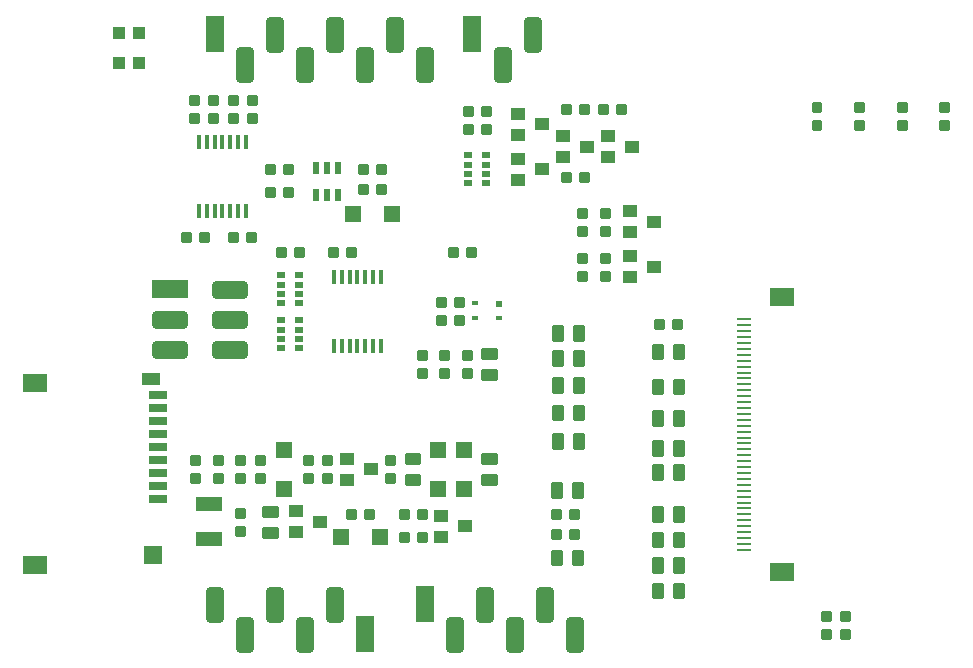
<source format=gtp>
G75*
%MOIN*%
%OFA0B0*%
%FSLAX25Y25*%
%IPPOS*%
%LPD*%
%AMOC8*
5,1,8,0,0,1.08239X$1,22.5*
%
%ADD10R,0.02000X0.04000*%
%ADD11R,0.04500X0.04000*%
%ADD12C,0.00875*%
%ADD13R,0.09000X0.04500*%
%ADD14R,0.01575X0.04724*%
%ADD15R,0.06000X0.03000*%
%ADD16R,0.06000X0.04000*%
%ADD17R,0.08000X0.06000*%
%ADD18R,0.06000X0.06000*%
%ADD19C,0.01000*%
%ADD20R,0.03000X0.02000*%
%ADD21R,0.05500X0.05500*%
%ADD22R,0.02362X0.01575*%
%ADD23R,0.02362X0.01969*%
%ADD24C,0.03000*%
%ADD25R,0.06000X0.12000*%
%ADD26R,0.12000X0.06000*%
%ADD27R,0.04921X0.00984*%
%ADD28R,0.08071X0.06496*%
%ADD29R,0.03937X0.04331*%
D10*
X0263368Y0161524D03*
X0267108Y0161524D03*
X0270848Y0161524D03*
X0270848Y0170524D03*
X0267108Y0170524D03*
X0263368Y0170524D03*
D11*
X0330608Y0173524D03*
X0338608Y0170024D03*
X0345608Y0174024D03*
X0353608Y0177524D03*
X0360608Y0181024D03*
X0368608Y0177524D03*
X0360608Y0174024D03*
X0345608Y0181024D03*
X0338608Y0185024D03*
X0330608Y0188524D03*
X0330608Y0181524D03*
X0330608Y0166524D03*
X0368108Y0156024D03*
X0376108Y0152524D03*
X0368108Y0149024D03*
X0368108Y0141024D03*
X0376108Y0137524D03*
X0368108Y0134024D03*
X0273608Y0073524D03*
X0281608Y0070024D03*
X0273608Y0066524D03*
X0256608Y0056024D03*
X0264608Y0052524D03*
X0256608Y0049024D03*
X0305108Y0047524D03*
X0313108Y0051024D03*
X0305108Y0054524D03*
D12*
X0299921Y0053711D02*
X0297295Y0053711D01*
X0297295Y0056337D01*
X0299921Y0056337D01*
X0299921Y0053711D01*
X0299921Y0054585D02*
X0297295Y0054585D01*
X0297295Y0055459D02*
X0299921Y0055459D01*
X0299921Y0056333D02*
X0297295Y0056333D01*
X0293921Y0053711D02*
X0291295Y0053711D01*
X0291295Y0056337D01*
X0293921Y0056337D01*
X0293921Y0053711D01*
X0293921Y0054585D02*
X0291295Y0054585D01*
X0291295Y0055459D02*
X0293921Y0055459D01*
X0293921Y0056333D02*
X0291295Y0056333D01*
X0282421Y0056337D02*
X0279795Y0056337D01*
X0282421Y0056337D02*
X0282421Y0053711D01*
X0279795Y0053711D01*
X0279795Y0056337D01*
X0279795Y0054585D02*
X0282421Y0054585D01*
X0282421Y0055459D02*
X0279795Y0055459D01*
X0279795Y0056333D02*
X0282421Y0056333D01*
X0276421Y0056337D02*
X0273795Y0056337D01*
X0276421Y0056337D02*
X0276421Y0053711D01*
X0273795Y0053711D01*
X0273795Y0056337D01*
X0273795Y0054585D02*
X0276421Y0054585D01*
X0276421Y0055459D02*
X0273795Y0055459D01*
X0273795Y0056333D02*
X0276421Y0056333D01*
X0268421Y0065711D02*
X0268421Y0068337D01*
X0268421Y0065711D02*
X0265795Y0065711D01*
X0265795Y0068337D01*
X0268421Y0068337D01*
X0268421Y0066585D02*
X0265795Y0066585D01*
X0265795Y0067459D02*
X0268421Y0067459D01*
X0268421Y0068333D02*
X0265795Y0068333D01*
X0261921Y0068337D02*
X0261921Y0065711D01*
X0259295Y0065711D01*
X0259295Y0068337D01*
X0261921Y0068337D01*
X0261921Y0066585D02*
X0259295Y0066585D01*
X0259295Y0067459D02*
X0261921Y0067459D01*
X0261921Y0068333D02*
X0259295Y0068333D01*
X0261921Y0071711D02*
X0261921Y0074337D01*
X0261921Y0071711D02*
X0259295Y0071711D01*
X0259295Y0074337D01*
X0261921Y0074337D01*
X0261921Y0072585D02*
X0259295Y0072585D01*
X0259295Y0073459D02*
X0261921Y0073459D01*
X0261921Y0074333D02*
X0259295Y0074333D01*
X0268421Y0074337D02*
X0268421Y0071711D01*
X0265795Y0071711D01*
X0265795Y0074337D01*
X0268421Y0074337D01*
X0268421Y0072585D02*
X0265795Y0072585D01*
X0265795Y0073459D02*
X0268421Y0073459D01*
X0268421Y0074333D02*
X0265795Y0074333D01*
X0245921Y0074337D02*
X0245921Y0071711D01*
X0243295Y0071711D01*
X0243295Y0074337D01*
X0245921Y0074337D01*
X0245921Y0072585D02*
X0243295Y0072585D01*
X0243295Y0073459D02*
X0245921Y0073459D01*
X0245921Y0074333D02*
X0243295Y0074333D01*
X0239421Y0074337D02*
X0239421Y0071711D01*
X0236795Y0071711D01*
X0236795Y0074337D01*
X0239421Y0074337D01*
X0239421Y0072585D02*
X0236795Y0072585D01*
X0236795Y0073459D02*
X0239421Y0073459D01*
X0239421Y0074333D02*
X0236795Y0074333D01*
X0229295Y0074337D02*
X0229295Y0071711D01*
X0229295Y0074337D02*
X0231921Y0074337D01*
X0231921Y0071711D01*
X0229295Y0071711D01*
X0229295Y0072585D02*
X0231921Y0072585D01*
X0231921Y0073459D02*
X0229295Y0073459D01*
X0229295Y0074333D02*
X0231921Y0074333D01*
X0224421Y0074337D02*
X0224421Y0071711D01*
X0221795Y0071711D01*
X0221795Y0074337D01*
X0224421Y0074337D01*
X0224421Y0072585D02*
X0221795Y0072585D01*
X0221795Y0073459D02*
X0224421Y0073459D01*
X0224421Y0074333D02*
X0221795Y0074333D01*
X0224421Y0068337D02*
X0224421Y0065711D01*
X0221795Y0065711D01*
X0221795Y0068337D01*
X0224421Y0068337D01*
X0224421Y0066585D02*
X0221795Y0066585D01*
X0221795Y0067459D02*
X0224421Y0067459D01*
X0224421Y0068333D02*
X0221795Y0068333D01*
X0229295Y0068337D02*
X0229295Y0065711D01*
X0229295Y0068337D02*
X0231921Y0068337D01*
X0231921Y0065711D01*
X0229295Y0065711D01*
X0229295Y0066585D02*
X0231921Y0066585D01*
X0231921Y0067459D02*
X0229295Y0067459D01*
X0229295Y0068333D02*
X0231921Y0068333D01*
X0239421Y0068337D02*
X0239421Y0065711D01*
X0236795Y0065711D01*
X0236795Y0068337D01*
X0239421Y0068337D01*
X0239421Y0066585D02*
X0236795Y0066585D01*
X0236795Y0067459D02*
X0239421Y0067459D01*
X0239421Y0068333D02*
X0236795Y0068333D01*
X0245921Y0068337D02*
X0245921Y0065711D01*
X0243295Y0065711D01*
X0243295Y0068337D01*
X0245921Y0068337D01*
X0245921Y0066585D02*
X0243295Y0066585D01*
X0243295Y0067459D02*
X0245921Y0067459D01*
X0245921Y0068333D02*
X0243295Y0068333D01*
X0236795Y0056837D02*
X0236795Y0054211D01*
X0236795Y0056837D02*
X0239421Y0056837D01*
X0239421Y0054211D01*
X0236795Y0054211D01*
X0236795Y0055085D02*
X0239421Y0055085D01*
X0239421Y0055959D02*
X0236795Y0055959D01*
X0236795Y0056833D02*
X0239421Y0056833D01*
X0236795Y0050837D02*
X0236795Y0048211D01*
X0236795Y0050837D02*
X0239421Y0050837D01*
X0239421Y0048211D01*
X0236795Y0048211D01*
X0236795Y0049085D02*
X0239421Y0049085D01*
X0239421Y0049959D02*
X0236795Y0049959D01*
X0236795Y0050833D02*
X0239421Y0050833D01*
X0289421Y0065711D02*
X0289421Y0068337D01*
X0289421Y0065711D02*
X0286795Y0065711D01*
X0286795Y0068337D01*
X0289421Y0068337D01*
X0289421Y0066585D02*
X0286795Y0066585D01*
X0286795Y0067459D02*
X0289421Y0067459D01*
X0289421Y0068333D02*
X0286795Y0068333D01*
X0289421Y0071711D02*
X0289421Y0074337D01*
X0289421Y0071711D02*
X0286795Y0071711D01*
X0286795Y0074337D01*
X0289421Y0074337D01*
X0289421Y0072585D02*
X0286795Y0072585D01*
X0286795Y0073459D02*
X0289421Y0073459D01*
X0289421Y0074333D02*
X0286795Y0074333D01*
X0291295Y0048837D02*
X0293921Y0048837D01*
X0293921Y0046211D01*
X0291295Y0046211D01*
X0291295Y0048837D01*
X0291295Y0047085D02*
X0293921Y0047085D01*
X0293921Y0047959D02*
X0291295Y0047959D01*
X0291295Y0048833D02*
X0293921Y0048833D01*
X0297295Y0048837D02*
X0299921Y0048837D01*
X0299921Y0046211D01*
X0297295Y0046211D01*
X0297295Y0048837D01*
X0297295Y0047085D02*
X0299921Y0047085D01*
X0299921Y0047959D02*
X0297295Y0047959D01*
X0297295Y0048833D02*
X0299921Y0048833D01*
X0342195Y0047211D02*
X0344821Y0047211D01*
X0342195Y0047211D02*
X0342195Y0049837D01*
X0344821Y0049837D01*
X0344821Y0047211D01*
X0344821Y0048085D02*
X0342195Y0048085D01*
X0342195Y0048959D02*
X0344821Y0048959D01*
X0344821Y0049833D02*
X0342195Y0049833D01*
X0348195Y0047211D02*
X0350821Y0047211D01*
X0348195Y0047211D02*
X0348195Y0049837D01*
X0350821Y0049837D01*
X0350821Y0047211D01*
X0350821Y0048085D02*
X0348195Y0048085D01*
X0348195Y0048959D02*
X0350821Y0048959D01*
X0350821Y0049833D02*
X0348195Y0049833D01*
X0348195Y0056337D02*
X0350821Y0056337D01*
X0350821Y0053711D01*
X0348195Y0053711D01*
X0348195Y0056337D01*
X0348195Y0054585D02*
X0350821Y0054585D01*
X0350821Y0055459D02*
X0348195Y0055459D01*
X0348195Y0056333D02*
X0350821Y0056333D01*
X0344821Y0056337D02*
X0342195Y0056337D01*
X0344821Y0056337D02*
X0344821Y0053711D01*
X0342195Y0053711D01*
X0342195Y0056337D01*
X0342195Y0054585D02*
X0344821Y0054585D01*
X0344821Y0055459D02*
X0342195Y0055459D01*
X0342195Y0056333D02*
X0344821Y0056333D01*
X0434621Y0022237D02*
X0434621Y0019611D01*
X0431995Y0019611D01*
X0431995Y0022237D01*
X0434621Y0022237D01*
X0434621Y0020485D02*
X0431995Y0020485D01*
X0431995Y0021359D02*
X0434621Y0021359D01*
X0434621Y0022233D02*
X0431995Y0022233D01*
X0441121Y0022237D02*
X0441121Y0019611D01*
X0438495Y0019611D01*
X0438495Y0022237D01*
X0441121Y0022237D01*
X0441121Y0020485D02*
X0438495Y0020485D01*
X0438495Y0021359D02*
X0441121Y0021359D01*
X0441121Y0022233D02*
X0438495Y0022233D01*
X0441121Y0016237D02*
X0441121Y0013611D01*
X0438495Y0013611D01*
X0438495Y0016237D01*
X0441121Y0016237D01*
X0441121Y0014485D02*
X0438495Y0014485D01*
X0438495Y0015359D02*
X0441121Y0015359D01*
X0441121Y0016233D02*
X0438495Y0016233D01*
X0434621Y0016237D02*
X0434621Y0013611D01*
X0431995Y0013611D01*
X0431995Y0016237D01*
X0434621Y0016237D01*
X0434621Y0014485D02*
X0431995Y0014485D01*
X0431995Y0015359D02*
X0434621Y0015359D01*
X0434621Y0016233D02*
X0431995Y0016233D01*
X0314921Y0100711D02*
X0314921Y0103337D01*
X0314921Y0100711D02*
X0312295Y0100711D01*
X0312295Y0103337D01*
X0314921Y0103337D01*
X0314921Y0101585D02*
X0312295Y0101585D01*
X0312295Y0102459D02*
X0314921Y0102459D01*
X0314921Y0103333D02*
X0312295Y0103333D01*
X0304795Y0103337D02*
X0304795Y0100711D01*
X0304795Y0103337D02*
X0307421Y0103337D01*
X0307421Y0100711D01*
X0304795Y0100711D01*
X0304795Y0101585D02*
X0307421Y0101585D01*
X0307421Y0102459D02*
X0304795Y0102459D01*
X0304795Y0103333D02*
X0307421Y0103333D01*
X0299921Y0103337D02*
X0299921Y0100711D01*
X0297295Y0100711D01*
X0297295Y0103337D01*
X0299921Y0103337D01*
X0299921Y0101585D02*
X0297295Y0101585D01*
X0297295Y0102459D02*
X0299921Y0102459D01*
X0299921Y0103333D02*
X0297295Y0103333D01*
X0299921Y0106711D02*
X0299921Y0109337D01*
X0299921Y0106711D02*
X0297295Y0106711D01*
X0297295Y0109337D01*
X0299921Y0109337D01*
X0299921Y0107585D02*
X0297295Y0107585D01*
X0297295Y0108459D02*
X0299921Y0108459D01*
X0299921Y0109333D02*
X0297295Y0109333D01*
X0304795Y0109337D02*
X0304795Y0106711D01*
X0304795Y0109337D02*
X0307421Y0109337D01*
X0307421Y0106711D01*
X0304795Y0106711D01*
X0304795Y0107585D02*
X0307421Y0107585D01*
X0307421Y0108459D02*
X0304795Y0108459D01*
X0304795Y0109333D02*
X0307421Y0109333D01*
X0314921Y0109337D02*
X0314921Y0106711D01*
X0312295Y0106711D01*
X0312295Y0109337D01*
X0314921Y0109337D01*
X0314921Y0107585D02*
X0312295Y0107585D01*
X0312295Y0108459D02*
X0314921Y0108459D01*
X0314921Y0109333D02*
X0312295Y0109333D01*
X0309595Y0118511D02*
X0309595Y0121137D01*
X0312221Y0121137D01*
X0312221Y0118511D01*
X0309595Y0118511D01*
X0309595Y0119385D02*
X0312221Y0119385D01*
X0312221Y0120259D02*
X0309595Y0120259D01*
X0309595Y0121133D02*
X0312221Y0121133D01*
X0303595Y0121137D02*
X0303595Y0118511D01*
X0303595Y0121137D02*
X0306221Y0121137D01*
X0306221Y0118511D01*
X0303595Y0118511D01*
X0303595Y0119385D02*
X0306221Y0119385D01*
X0306221Y0120259D02*
X0303595Y0120259D01*
X0303595Y0121133D02*
X0306221Y0121133D01*
X0303595Y0124511D02*
X0303595Y0127137D01*
X0306221Y0127137D01*
X0306221Y0124511D01*
X0303595Y0124511D01*
X0303595Y0125385D02*
X0306221Y0125385D01*
X0306221Y0126259D02*
X0303595Y0126259D01*
X0303595Y0127133D02*
X0306221Y0127133D01*
X0309595Y0127137D02*
X0309595Y0124511D01*
X0309595Y0127137D02*
X0312221Y0127137D01*
X0312221Y0124511D01*
X0309595Y0124511D01*
X0309595Y0125385D02*
X0312221Y0125385D01*
X0312221Y0126259D02*
X0309595Y0126259D01*
X0309595Y0127133D02*
X0312221Y0127133D01*
X0313795Y0141211D02*
X0316421Y0141211D01*
X0313795Y0141211D02*
X0313795Y0143837D01*
X0316421Y0143837D01*
X0316421Y0141211D01*
X0316421Y0142085D02*
X0313795Y0142085D01*
X0313795Y0142959D02*
X0316421Y0142959D01*
X0316421Y0143833D02*
X0313795Y0143833D01*
X0310421Y0141211D02*
X0307795Y0141211D01*
X0307795Y0143837D01*
X0310421Y0143837D01*
X0310421Y0141211D01*
X0310421Y0142085D02*
X0307795Y0142085D01*
X0307795Y0142959D02*
X0310421Y0142959D01*
X0310421Y0143833D02*
X0307795Y0143833D01*
X0276421Y0143837D02*
X0273795Y0143837D01*
X0276421Y0143837D02*
X0276421Y0141211D01*
X0273795Y0141211D01*
X0273795Y0143837D01*
X0273795Y0142085D02*
X0276421Y0142085D01*
X0276421Y0142959D02*
X0273795Y0142959D01*
X0273795Y0143833D02*
X0276421Y0143833D01*
X0270421Y0143837D02*
X0267795Y0143837D01*
X0270421Y0143837D02*
X0270421Y0141211D01*
X0267795Y0141211D01*
X0267795Y0143837D01*
X0267795Y0142085D02*
X0270421Y0142085D01*
X0270421Y0142959D02*
X0267795Y0142959D01*
X0267795Y0143833D02*
X0270421Y0143833D01*
X0258921Y0143837D02*
X0256295Y0143837D01*
X0258921Y0143837D02*
X0258921Y0141211D01*
X0256295Y0141211D01*
X0256295Y0143837D01*
X0256295Y0142085D02*
X0258921Y0142085D01*
X0258921Y0142959D02*
X0256295Y0142959D01*
X0256295Y0143833D02*
X0258921Y0143833D01*
X0252921Y0143837D02*
X0250295Y0143837D01*
X0252921Y0143837D02*
X0252921Y0141211D01*
X0250295Y0141211D01*
X0250295Y0143837D01*
X0250295Y0142085D02*
X0252921Y0142085D01*
X0252921Y0142959D02*
X0250295Y0142959D01*
X0250295Y0143833D02*
X0252921Y0143833D01*
X0242921Y0146211D02*
X0240295Y0146211D01*
X0240295Y0148837D01*
X0242921Y0148837D01*
X0242921Y0146211D01*
X0242921Y0147085D02*
X0240295Y0147085D01*
X0240295Y0147959D02*
X0242921Y0147959D01*
X0242921Y0148833D02*
X0240295Y0148833D01*
X0236921Y0146211D02*
X0234295Y0146211D01*
X0234295Y0148837D01*
X0236921Y0148837D01*
X0236921Y0146211D01*
X0236921Y0147085D02*
X0234295Y0147085D01*
X0234295Y0147959D02*
X0236921Y0147959D01*
X0236921Y0148833D02*
X0234295Y0148833D01*
X0227421Y0148837D02*
X0224795Y0148837D01*
X0227421Y0148837D02*
X0227421Y0146211D01*
X0224795Y0146211D01*
X0224795Y0148837D01*
X0224795Y0147085D02*
X0227421Y0147085D01*
X0227421Y0147959D02*
X0224795Y0147959D01*
X0224795Y0148833D02*
X0227421Y0148833D01*
X0221421Y0148837D02*
X0218795Y0148837D01*
X0221421Y0148837D02*
X0221421Y0146211D01*
X0218795Y0146211D01*
X0218795Y0148837D01*
X0218795Y0147085D02*
X0221421Y0147085D01*
X0221421Y0147959D02*
X0218795Y0147959D01*
X0218795Y0148833D02*
X0221421Y0148833D01*
X0246795Y0161211D02*
X0249421Y0161211D01*
X0246795Y0161211D02*
X0246795Y0163837D01*
X0249421Y0163837D01*
X0249421Y0161211D01*
X0249421Y0162085D02*
X0246795Y0162085D01*
X0246795Y0162959D02*
X0249421Y0162959D01*
X0249421Y0163833D02*
X0246795Y0163833D01*
X0252795Y0161211D02*
X0255421Y0161211D01*
X0252795Y0161211D02*
X0252795Y0163837D01*
X0255421Y0163837D01*
X0255421Y0161211D01*
X0255421Y0162085D02*
X0252795Y0162085D01*
X0252795Y0162959D02*
X0255421Y0162959D01*
X0255421Y0163833D02*
X0252795Y0163833D01*
X0252795Y0168711D02*
X0255421Y0168711D01*
X0252795Y0168711D02*
X0252795Y0171337D01*
X0255421Y0171337D01*
X0255421Y0168711D01*
X0255421Y0169585D02*
X0252795Y0169585D01*
X0252795Y0170459D02*
X0255421Y0170459D01*
X0255421Y0171333D02*
X0252795Y0171333D01*
X0249421Y0168711D02*
X0246795Y0168711D01*
X0246795Y0171337D01*
X0249421Y0171337D01*
X0249421Y0168711D01*
X0249421Y0169585D02*
X0246795Y0169585D01*
X0246795Y0170459D02*
X0249421Y0170459D01*
X0249421Y0171333D02*
X0246795Y0171333D01*
X0243421Y0185711D02*
X0243421Y0188337D01*
X0243421Y0185711D02*
X0240795Y0185711D01*
X0240795Y0188337D01*
X0243421Y0188337D01*
X0243421Y0186585D02*
X0240795Y0186585D01*
X0240795Y0187459D02*
X0243421Y0187459D01*
X0243421Y0188333D02*
X0240795Y0188333D01*
X0236921Y0188337D02*
X0236921Y0185711D01*
X0234295Y0185711D01*
X0234295Y0188337D01*
X0236921Y0188337D01*
X0236921Y0186585D02*
X0234295Y0186585D01*
X0234295Y0187459D02*
X0236921Y0187459D01*
X0236921Y0188333D02*
X0234295Y0188333D01*
X0236921Y0191711D02*
X0236921Y0194337D01*
X0236921Y0191711D02*
X0234295Y0191711D01*
X0234295Y0194337D01*
X0236921Y0194337D01*
X0236921Y0192585D02*
X0234295Y0192585D01*
X0234295Y0193459D02*
X0236921Y0193459D01*
X0236921Y0194333D02*
X0234295Y0194333D01*
X0243421Y0194337D02*
X0243421Y0191711D01*
X0240795Y0191711D01*
X0240795Y0194337D01*
X0243421Y0194337D01*
X0243421Y0192585D02*
X0240795Y0192585D01*
X0240795Y0193459D02*
X0243421Y0193459D01*
X0243421Y0194333D02*
X0240795Y0194333D01*
X0230421Y0194337D02*
X0230421Y0191711D01*
X0227795Y0191711D01*
X0227795Y0194337D01*
X0230421Y0194337D01*
X0230421Y0192585D02*
X0227795Y0192585D01*
X0227795Y0193459D02*
X0230421Y0193459D01*
X0230421Y0194333D02*
X0227795Y0194333D01*
X0221295Y0194337D02*
X0221295Y0191711D01*
X0221295Y0194337D02*
X0223921Y0194337D01*
X0223921Y0191711D01*
X0221295Y0191711D01*
X0221295Y0192585D02*
X0223921Y0192585D01*
X0223921Y0193459D02*
X0221295Y0193459D01*
X0221295Y0194333D02*
X0223921Y0194333D01*
X0221295Y0188337D02*
X0221295Y0185711D01*
X0221295Y0188337D02*
X0223921Y0188337D01*
X0223921Y0185711D01*
X0221295Y0185711D01*
X0221295Y0186585D02*
X0223921Y0186585D01*
X0223921Y0187459D02*
X0221295Y0187459D01*
X0221295Y0188333D02*
X0223921Y0188333D01*
X0230421Y0188337D02*
X0230421Y0185711D01*
X0227795Y0185711D01*
X0227795Y0188337D01*
X0230421Y0188337D01*
X0230421Y0186585D02*
X0227795Y0186585D01*
X0227795Y0187459D02*
X0230421Y0187459D01*
X0230421Y0188333D02*
X0227795Y0188333D01*
X0277795Y0171337D02*
X0280421Y0171337D01*
X0280421Y0168711D01*
X0277795Y0168711D01*
X0277795Y0171337D01*
X0277795Y0169585D02*
X0280421Y0169585D01*
X0280421Y0170459D02*
X0277795Y0170459D01*
X0277795Y0171333D02*
X0280421Y0171333D01*
X0283795Y0171337D02*
X0286421Y0171337D01*
X0286421Y0168711D01*
X0283795Y0168711D01*
X0283795Y0171337D01*
X0283795Y0169585D02*
X0286421Y0169585D01*
X0286421Y0170459D02*
X0283795Y0170459D01*
X0283795Y0171333D02*
X0286421Y0171333D01*
X0286421Y0162211D02*
X0283795Y0162211D01*
X0283795Y0164837D01*
X0286421Y0164837D01*
X0286421Y0162211D01*
X0286421Y0163085D02*
X0283795Y0163085D01*
X0283795Y0163959D02*
X0286421Y0163959D01*
X0286421Y0164833D02*
X0283795Y0164833D01*
X0280421Y0162211D02*
X0277795Y0162211D01*
X0277795Y0164837D01*
X0280421Y0164837D01*
X0280421Y0162211D01*
X0280421Y0163085D02*
X0277795Y0163085D01*
X0277795Y0163959D02*
X0280421Y0163959D01*
X0280421Y0164833D02*
X0277795Y0164833D01*
X0312795Y0182211D02*
X0315421Y0182211D01*
X0312795Y0182211D02*
X0312795Y0184837D01*
X0315421Y0184837D01*
X0315421Y0182211D01*
X0315421Y0183085D02*
X0312795Y0183085D01*
X0312795Y0183959D02*
X0315421Y0183959D01*
X0315421Y0184833D02*
X0312795Y0184833D01*
X0318795Y0182211D02*
X0321421Y0182211D01*
X0318795Y0182211D02*
X0318795Y0184837D01*
X0321421Y0184837D01*
X0321421Y0182211D01*
X0321421Y0183085D02*
X0318795Y0183085D01*
X0318795Y0183959D02*
X0321421Y0183959D01*
X0321421Y0184833D02*
X0318795Y0184833D01*
X0318795Y0188211D02*
X0321421Y0188211D01*
X0318795Y0188211D02*
X0318795Y0190837D01*
X0321421Y0190837D01*
X0321421Y0188211D01*
X0321421Y0189085D02*
X0318795Y0189085D01*
X0318795Y0189959D02*
X0321421Y0189959D01*
X0321421Y0190833D02*
X0318795Y0190833D01*
X0315421Y0188211D02*
X0312795Y0188211D01*
X0312795Y0190837D01*
X0315421Y0190837D01*
X0315421Y0188211D01*
X0315421Y0189085D02*
X0312795Y0189085D01*
X0312795Y0189959D02*
X0315421Y0189959D01*
X0315421Y0190833D02*
X0312795Y0190833D01*
X0345295Y0191337D02*
X0347921Y0191337D01*
X0347921Y0188711D01*
X0345295Y0188711D01*
X0345295Y0191337D01*
X0345295Y0189585D02*
X0347921Y0189585D01*
X0347921Y0190459D02*
X0345295Y0190459D01*
X0345295Y0191333D02*
X0347921Y0191333D01*
X0351295Y0191337D02*
X0353921Y0191337D01*
X0353921Y0188711D01*
X0351295Y0188711D01*
X0351295Y0191337D01*
X0351295Y0189585D02*
X0353921Y0189585D01*
X0353921Y0190459D02*
X0351295Y0190459D01*
X0351295Y0191333D02*
X0353921Y0191333D01*
X0357795Y0191337D02*
X0360421Y0191337D01*
X0360421Y0188711D01*
X0357795Y0188711D01*
X0357795Y0191337D01*
X0357795Y0189585D02*
X0360421Y0189585D01*
X0360421Y0190459D02*
X0357795Y0190459D01*
X0357795Y0191333D02*
X0360421Y0191333D01*
X0363795Y0191337D02*
X0366421Y0191337D01*
X0366421Y0188711D01*
X0363795Y0188711D01*
X0363795Y0191337D01*
X0363795Y0189585D02*
X0366421Y0189585D01*
X0366421Y0190459D02*
X0363795Y0190459D01*
X0363795Y0191333D02*
X0366421Y0191333D01*
X0353921Y0168837D02*
X0351295Y0168837D01*
X0353921Y0168837D02*
X0353921Y0166211D01*
X0351295Y0166211D01*
X0351295Y0168837D01*
X0351295Y0167085D02*
X0353921Y0167085D01*
X0353921Y0167959D02*
X0351295Y0167959D01*
X0351295Y0168833D02*
X0353921Y0168833D01*
X0347921Y0168837D02*
X0345295Y0168837D01*
X0347921Y0168837D02*
X0347921Y0166211D01*
X0345295Y0166211D01*
X0345295Y0168837D01*
X0345295Y0167085D02*
X0347921Y0167085D01*
X0347921Y0167959D02*
X0345295Y0167959D01*
X0345295Y0168833D02*
X0347921Y0168833D01*
X0353421Y0156837D02*
X0353421Y0154211D01*
X0350795Y0154211D01*
X0350795Y0156837D01*
X0353421Y0156837D01*
X0353421Y0155085D02*
X0350795Y0155085D01*
X0350795Y0155959D02*
X0353421Y0155959D01*
X0353421Y0156833D02*
X0350795Y0156833D01*
X0360921Y0156837D02*
X0360921Y0154211D01*
X0358295Y0154211D01*
X0358295Y0156837D01*
X0360921Y0156837D01*
X0360921Y0155085D02*
X0358295Y0155085D01*
X0358295Y0155959D02*
X0360921Y0155959D01*
X0360921Y0156833D02*
X0358295Y0156833D01*
X0360921Y0150837D02*
X0360921Y0148211D01*
X0358295Y0148211D01*
X0358295Y0150837D01*
X0360921Y0150837D01*
X0360921Y0149085D02*
X0358295Y0149085D01*
X0358295Y0149959D02*
X0360921Y0149959D01*
X0360921Y0150833D02*
X0358295Y0150833D01*
X0353421Y0150837D02*
X0353421Y0148211D01*
X0350795Y0148211D01*
X0350795Y0150837D01*
X0353421Y0150837D01*
X0353421Y0149085D02*
X0350795Y0149085D01*
X0350795Y0149959D02*
X0353421Y0149959D01*
X0353421Y0150833D02*
X0350795Y0150833D01*
X0350795Y0141837D02*
X0350795Y0139211D01*
X0350795Y0141837D02*
X0353421Y0141837D01*
X0353421Y0139211D01*
X0350795Y0139211D01*
X0350795Y0140085D02*
X0353421Y0140085D01*
X0353421Y0140959D02*
X0350795Y0140959D01*
X0350795Y0141833D02*
X0353421Y0141833D01*
X0360921Y0141837D02*
X0360921Y0139211D01*
X0358295Y0139211D01*
X0358295Y0141837D01*
X0360921Y0141837D01*
X0360921Y0140085D02*
X0358295Y0140085D01*
X0358295Y0140959D02*
X0360921Y0140959D01*
X0360921Y0141833D02*
X0358295Y0141833D01*
X0360921Y0135837D02*
X0360921Y0133211D01*
X0358295Y0133211D01*
X0358295Y0135837D01*
X0360921Y0135837D01*
X0360921Y0134085D02*
X0358295Y0134085D01*
X0358295Y0134959D02*
X0360921Y0134959D01*
X0360921Y0135833D02*
X0358295Y0135833D01*
X0350795Y0135837D02*
X0350795Y0133211D01*
X0350795Y0135837D02*
X0353421Y0135837D01*
X0353421Y0133211D01*
X0350795Y0133211D01*
X0350795Y0134085D02*
X0353421Y0134085D01*
X0353421Y0134959D02*
X0350795Y0134959D01*
X0350795Y0135833D02*
X0353421Y0135833D01*
X0376495Y0117211D02*
X0379121Y0117211D01*
X0376495Y0117211D02*
X0376495Y0119837D01*
X0379121Y0119837D01*
X0379121Y0117211D01*
X0379121Y0118085D02*
X0376495Y0118085D01*
X0376495Y0118959D02*
X0379121Y0118959D01*
X0379121Y0119833D02*
X0376495Y0119833D01*
X0382495Y0117211D02*
X0385121Y0117211D01*
X0382495Y0117211D02*
X0382495Y0119837D01*
X0385121Y0119837D01*
X0385121Y0117211D01*
X0385121Y0118085D02*
X0382495Y0118085D01*
X0382495Y0118959D02*
X0385121Y0118959D01*
X0385121Y0119833D02*
X0382495Y0119833D01*
X0431521Y0183411D02*
X0431521Y0186037D01*
X0431521Y0183411D02*
X0428895Y0183411D01*
X0428895Y0186037D01*
X0431521Y0186037D01*
X0431521Y0184285D02*
X0428895Y0184285D01*
X0428895Y0185159D02*
X0431521Y0185159D01*
X0431521Y0186033D02*
X0428895Y0186033D01*
X0431521Y0189411D02*
X0431521Y0192037D01*
X0431521Y0189411D02*
X0428895Y0189411D01*
X0428895Y0192037D01*
X0431521Y0192037D01*
X0431521Y0190285D02*
X0428895Y0190285D01*
X0428895Y0191159D02*
X0431521Y0191159D01*
X0431521Y0192033D02*
X0428895Y0192033D01*
X0445721Y0192037D02*
X0445721Y0189411D01*
X0443095Y0189411D01*
X0443095Y0192037D01*
X0445721Y0192037D01*
X0445721Y0190285D02*
X0443095Y0190285D01*
X0443095Y0191159D02*
X0445721Y0191159D01*
X0445721Y0192033D02*
X0443095Y0192033D01*
X0445721Y0186037D02*
X0445721Y0183411D01*
X0443095Y0183411D01*
X0443095Y0186037D01*
X0445721Y0186037D01*
X0445721Y0184285D02*
X0443095Y0184285D01*
X0443095Y0185159D02*
X0445721Y0185159D01*
X0445721Y0186033D02*
X0443095Y0186033D01*
X0459921Y0186037D02*
X0459921Y0183411D01*
X0457295Y0183411D01*
X0457295Y0186037D01*
X0459921Y0186037D01*
X0459921Y0184285D02*
X0457295Y0184285D01*
X0457295Y0185159D02*
X0459921Y0185159D01*
X0459921Y0186033D02*
X0457295Y0186033D01*
X0459921Y0189411D02*
X0459921Y0192037D01*
X0459921Y0189411D02*
X0457295Y0189411D01*
X0457295Y0192037D01*
X0459921Y0192037D01*
X0459921Y0190285D02*
X0457295Y0190285D01*
X0457295Y0191159D02*
X0459921Y0191159D01*
X0459921Y0192033D02*
X0457295Y0192033D01*
X0474121Y0192037D02*
X0474121Y0189411D01*
X0471495Y0189411D01*
X0471495Y0192037D01*
X0474121Y0192037D01*
X0474121Y0190285D02*
X0471495Y0190285D01*
X0471495Y0191159D02*
X0474121Y0191159D01*
X0474121Y0192033D02*
X0471495Y0192033D01*
X0474121Y0186037D02*
X0474121Y0183411D01*
X0471495Y0183411D01*
X0471495Y0186037D01*
X0474121Y0186037D01*
X0474121Y0184285D02*
X0471495Y0184285D01*
X0471495Y0185159D02*
X0474121Y0185159D01*
X0474121Y0186033D02*
X0471495Y0186033D01*
D13*
X0227608Y0058274D03*
X0227608Y0046774D03*
D14*
X0269234Y0111008D03*
X0271990Y0111008D03*
X0274549Y0111008D03*
X0277108Y0111008D03*
X0279667Y0111008D03*
X0282226Y0111008D03*
X0284982Y0111008D03*
X0284982Y0134040D03*
X0282226Y0134040D03*
X0279667Y0134040D03*
X0277108Y0134040D03*
X0274549Y0134040D03*
X0271990Y0134040D03*
X0269234Y0134040D03*
X0239982Y0156008D03*
X0237226Y0156008D03*
X0234667Y0156008D03*
X0232108Y0156008D03*
X0229549Y0156008D03*
X0226990Y0156008D03*
X0224234Y0156008D03*
X0224234Y0179040D03*
X0226990Y0179040D03*
X0229549Y0179040D03*
X0232108Y0179040D03*
X0234667Y0179040D03*
X0237226Y0179040D03*
X0239982Y0179040D03*
D15*
X0210608Y0094847D03*
X0210608Y0090516D03*
X0210608Y0086185D03*
X0210608Y0081854D03*
X0210608Y0077524D03*
X0210608Y0073193D03*
X0210608Y0068862D03*
X0210608Y0064532D03*
X0210608Y0060201D03*
D16*
X0208246Y0100146D03*
D17*
X0169769Y0038154D03*
X0169769Y0098784D03*
D18*
X0209065Y0041378D03*
D19*
X0250358Y0047524D02*
X0250358Y0050524D01*
X0250358Y0047524D02*
X0245858Y0047524D01*
X0245858Y0050524D01*
X0250358Y0050524D01*
X0250358Y0048523D02*
X0245858Y0048523D01*
X0245858Y0049522D02*
X0250358Y0049522D01*
X0250358Y0050521D02*
X0245858Y0050521D01*
X0250358Y0054524D02*
X0250358Y0057524D01*
X0250358Y0054524D02*
X0245858Y0054524D01*
X0245858Y0057524D01*
X0250358Y0057524D01*
X0250358Y0055523D02*
X0245858Y0055523D01*
X0245858Y0056522D02*
X0250358Y0056522D01*
X0250358Y0057521D02*
X0245858Y0057521D01*
X0297858Y0065024D02*
X0297858Y0068024D01*
X0297858Y0065024D02*
X0293358Y0065024D01*
X0293358Y0068024D01*
X0297858Y0068024D01*
X0297858Y0066023D02*
X0293358Y0066023D01*
X0293358Y0067022D02*
X0297858Y0067022D01*
X0297858Y0068021D02*
X0293358Y0068021D01*
X0297858Y0072024D02*
X0297858Y0075024D01*
X0297858Y0072024D02*
X0293358Y0072024D01*
X0293358Y0075024D01*
X0297858Y0075024D01*
X0297858Y0073023D02*
X0293358Y0073023D01*
X0293358Y0074022D02*
X0297858Y0074022D01*
X0297858Y0075021D02*
X0293358Y0075021D01*
X0318858Y0075024D02*
X0318858Y0072024D01*
X0318858Y0075024D02*
X0323358Y0075024D01*
X0323358Y0072024D01*
X0318858Y0072024D01*
X0318858Y0073023D02*
X0323358Y0073023D01*
X0323358Y0074022D02*
X0318858Y0074022D01*
X0318858Y0075021D02*
X0323358Y0075021D01*
X0318858Y0068024D02*
X0318858Y0065024D01*
X0318858Y0068024D02*
X0323358Y0068024D01*
X0323358Y0065024D01*
X0318858Y0065024D01*
X0318858Y0066023D02*
X0323358Y0066023D01*
X0323358Y0067022D02*
X0318858Y0067022D01*
X0318858Y0068021D02*
X0323358Y0068021D01*
X0342008Y0060774D02*
X0345008Y0060774D01*
X0342008Y0060774D02*
X0342008Y0065274D01*
X0345008Y0065274D01*
X0345008Y0060774D01*
X0345008Y0061773D02*
X0342008Y0061773D01*
X0342008Y0062772D02*
X0345008Y0062772D01*
X0345008Y0063771D02*
X0342008Y0063771D01*
X0342008Y0064770D02*
X0345008Y0064770D01*
X0349008Y0060774D02*
X0352008Y0060774D01*
X0349008Y0060774D02*
X0349008Y0065274D01*
X0352008Y0065274D01*
X0352008Y0060774D01*
X0352008Y0061773D02*
X0349008Y0061773D01*
X0349008Y0062772D02*
X0352008Y0062772D01*
X0352008Y0063771D02*
X0349008Y0063771D01*
X0349008Y0064770D02*
X0352008Y0064770D01*
X0375808Y0071374D02*
X0378808Y0071374D01*
X0378808Y0066874D01*
X0375808Y0066874D01*
X0375808Y0071374D01*
X0375808Y0067873D02*
X0378808Y0067873D01*
X0378808Y0068872D02*
X0375808Y0068872D01*
X0375808Y0069871D02*
X0378808Y0069871D01*
X0378808Y0070870D02*
X0375808Y0070870D01*
X0382808Y0071374D02*
X0385808Y0071374D01*
X0385808Y0066874D01*
X0382808Y0066874D01*
X0382808Y0071374D01*
X0382808Y0067873D02*
X0385808Y0067873D01*
X0385808Y0068872D02*
X0382808Y0068872D01*
X0382808Y0069871D02*
X0385808Y0069871D01*
X0385808Y0070870D02*
X0382808Y0070870D01*
X0382808Y0079374D02*
X0385808Y0079374D01*
X0385808Y0074874D01*
X0382808Y0074874D01*
X0382808Y0079374D01*
X0382808Y0075873D02*
X0385808Y0075873D01*
X0385808Y0076872D02*
X0382808Y0076872D01*
X0382808Y0077871D02*
X0385808Y0077871D01*
X0385808Y0078870D02*
X0382808Y0078870D01*
X0378808Y0079374D02*
X0375808Y0079374D01*
X0378808Y0079374D02*
X0378808Y0074874D01*
X0375808Y0074874D01*
X0375808Y0079374D01*
X0375808Y0075873D02*
X0378808Y0075873D01*
X0378808Y0076872D02*
X0375808Y0076872D01*
X0375808Y0077871D02*
X0378808Y0077871D01*
X0378808Y0078870D02*
X0375808Y0078870D01*
X0375808Y0089374D02*
X0378808Y0089374D01*
X0378808Y0084874D01*
X0375808Y0084874D01*
X0375808Y0089374D01*
X0375808Y0085873D02*
X0378808Y0085873D01*
X0378808Y0086872D02*
X0375808Y0086872D01*
X0375808Y0087871D02*
X0378808Y0087871D01*
X0378808Y0088870D02*
X0375808Y0088870D01*
X0382808Y0089374D02*
X0385808Y0089374D01*
X0385808Y0084874D01*
X0382808Y0084874D01*
X0382808Y0089374D01*
X0382808Y0085873D02*
X0385808Y0085873D01*
X0385808Y0086872D02*
X0382808Y0086872D01*
X0382808Y0087871D02*
X0385808Y0087871D01*
X0385808Y0088870D02*
X0382808Y0088870D01*
X0382808Y0095374D02*
X0385808Y0095374D01*
X0382808Y0095374D02*
X0382808Y0099874D01*
X0385808Y0099874D01*
X0385808Y0095374D01*
X0385808Y0096373D02*
X0382808Y0096373D01*
X0382808Y0097372D02*
X0385808Y0097372D01*
X0385808Y0098371D02*
X0382808Y0098371D01*
X0382808Y0099370D02*
X0385808Y0099370D01*
X0378808Y0095374D02*
X0375808Y0095374D01*
X0375808Y0099874D01*
X0378808Y0099874D01*
X0378808Y0095374D01*
X0378808Y0096373D02*
X0375808Y0096373D01*
X0375808Y0097372D02*
X0378808Y0097372D01*
X0378808Y0098371D02*
X0375808Y0098371D01*
X0375808Y0099370D02*
X0378808Y0099370D01*
X0378808Y0106974D02*
X0375808Y0106974D01*
X0375808Y0111474D01*
X0378808Y0111474D01*
X0378808Y0106974D01*
X0378808Y0107973D02*
X0375808Y0107973D01*
X0375808Y0108972D02*
X0378808Y0108972D01*
X0378808Y0109971D02*
X0375808Y0109971D01*
X0375808Y0110970D02*
X0378808Y0110970D01*
X0382808Y0106974D02*
X0385808Y0106974D01*
X0382808Y0106974D02*
X0382808Y0111474D01*
X0385808Y0111474D01*
X0385808Y0106974D01*
X0385808Y0107973D02*
X0382808Y0107973D01*
X0382808Y0108972D02*
X0385808Y0108972D01*
X0385808Y0109971D02*
X0382808Y0109971D01*
X0382808Y0110970D02*
X0385808Y0110970D01*
X0352508Y0109274D02*
X0349508Y0109274D01*
X0352508Y0109274D02*
X0352508Y0104774D01*
X0349508Y0104774D01*
X0349508Y0109274D01*
X0349508Y0105773D02*
X0352508Y0105773D01*
X0352508Y0106772D02*
X0349508Y0106772D01*
X0349508Y0107771D02*
X0352508Y0107771D01*
X0352508Y0108770D02*
X0349508Y0108770D01*
X0345508Y0109274D02*
X0342508Y0109274D01*
X0345508Y0109274D02*
X0345508Y0104774D01*
X0342508Y0104774D01*
X0342508Y0109274D01*
X0342508Y0105773D02*
X0345508Y0105773D01*
X0345508Y0106772D02*
X0342508Y0106772D01*
X0342508Y0107771D02*
X0345508Y0107771D01*
X0345508Y0108770D02*
X0342508Y0108770D01*
X0342508Y0113074D02*
X0345508Y0113074D01*
X0342508Y0113074D02*
X0342508Y0117574D01*
X0345508Y0117574D01*
X0345508Y0113074D01*
X0345508Y0114073D02*
X0342508Y0114073D01*
X0342508Y0115072D02*
X0345508Y0115072D01*
X0345508Y0116071D02*
X0342508Y0116071D01*
X0342508Y0117070D02*
X0345508Y0117070D01*
X0349508Y0113074D02*
X0352508Y0113074D01*
X0349508Y0113074D02*
X0349508Y0117574D01*
X0352508Y0117574D01*
X0352508Y0113074D01*
X0352508Y0114073D02*
X0349508Y0114073D01*
X0349508Y0115072D02*
X0352508Y0115072D01*
X0352508Y0116071D02*
X0349508Y0116071D01*
X0349508Y0117070D02*
X0352508Y0117070D01*
X0318858Y0110024D02*
X0318858Y0107024D01*
X0318858Y0110024D02*
X0323358Y0110024D01*
X0323358Y0107024D01*
X0318858Y0107024D01*
X0318858Y0108023D02*
X0323358Y0108023D01*
X0323358Y0109022D02*
X0318858Y0109022D01*
X0318858Y0110021D02*
X0323358Y0110021D01*
X0318858Y0103024D02*
X0318858Y0100024D01*
X0318858Y0103024D02*
X0323358Y0103024D01*
X0323358Y0100024D01*
X0318858Y0100024D01*
X0318858Y0101023D02*
X0323358Y0101023D01*
X0323358Y0102022D02*
X0318858Y0102022D01*
X0318858Y0103021D02*
X0323358Y0103021D01*
X0342508Y0100274D02*
X0345508Y0100274D01*
X0345508Y0095774D01*
X0342508Y0095774D01*
X0342508Y0100274D01*
X0342508Y0096773D02*
X0345508Y0096773D01*
X0345508Y0097772D02*
X0342508Y0097772D01*
X0342508Y0098771D02*
X0345508Y0098771D01*
X0345508Y0099770D02*
X0342508Y0099770D01*
X0349508Y0100274D02*
X0352508Y0100274D01*
X0352508Y0095774D01*
X0349508Y0095774D01*
X0349508Y0100274D01*
X0349508Y0096773D02*
X0352508Y0096773D01*
X0352508Y0097772D02*
X0349508Y0097772D01*
X0349508Y0098771D02*
X0352508Y0098771D01*
X0352508Y0099770D02*
X0349508Y0099770D01*
X0349508Y0091074D02*
X0352508Y0091074D01*
X0352508Y0086574D01*
X0349508Y0086574D01*
X0349508Y0091074D01*
X0349508Y0087573D02*
X0352508Y0087573D01*
X0352508Y0088572D02*
X0349508Y0088572D01*
X0349508Y0089571D02*
X0352508Y0089571D01*
X0352508Y0090570D02*
X0349508Y0090570D01*
X0345508Y0091074D02*
X0342508Y0091074D01*
X0345508Y0091074D02*
X0345508Y0086574D01*
X0342508Y0086574D01*
X0342508Y0091074D01*
X0342508Y0087573D02*
X0345508Y0087573D01*
X0345508Y0088572D02*
X0342508Y0088572D01*
X0342508Y0089571D02*
X0345508Y0089571D01*
X0345508Y0090570D02*
X0342508Y0090570D01*
X0342508Y0081574D02*
X0345508Y0081574D01*
X0345508Y0077074D01*
X0342508Y0077074D01*
X0342508Y0081574D01*
X0342508Y0078073D02*
X0345508Y0078073D01*
X0345508Y0079072D02*
X0342508Y0079072D01*
X0342508Y0080071D02*
X0345508Y0080071D01*
X0345508Y0081070D02*
X0342508Y0081070D01*
X0349508Y0081574D02*
X0352508Y0081574D01*
X0352508Y0077074D01*
X0349508Y0077074D01*
X0349508Y0081574D01*
X0349508Y0078073D02*
X0352508Y0078073D01*
X0352508Y0079072D02*
X0349508Y0079072D01*
X0349508Y0080071D02*
X0352508Y0080071D01*
X0352508Y0081070D02*
X0349508Y0081070D01*
X0375808Y0052874D02*
X0378808Y0052874D01*
X0375808Y0052874D02*
X0375808Y0057374D01*
X0378808Y0057374D01*
X0378808Y0052874D01*
X0378808Y0053873D02*
X0375808Y0053873D01*
X0375808Y0054872D02*
X0378808Y0054872D01*
X0378808Y0055871D02*
X0375808Y0055871D01*
X0375808Y0056870D02*
X0378808Y0056870D01*
X0382808Y0052874D02*
X0385808Y0052874D01*
X0382808Y0052874D02*
X0382808Y0057374D01*
X0385808Y0057374D01*
X0385808Y0052874D01*
X0385808Y0053873D02*
X0382808Y0053873D01*
X0382808Y0054872D02*
X0385808Y0054872D01*
X0385808Y0055871D02*
X0382808Y0055871D01*
X0382808Y0056870D02*
X0385808Y0056870D01*
X0385808Y0044374D02*
X0382808Y0044374D01*
X0382808Y0048874D01*
X0385808Y0048874D01*
X0385808Y0044374D01*
X0385808Y0045373D02*
X0382808Y0045373D01*
X0382808Y0046372D02*
X0385808Y0046372D01*
X0385808Y0047371D02*
X0382808Y0047371D01*
X0382808Y0048370D02*
X0385808Y0048370D01*
X0378808Y0044374D02*
X0375808Y0044374D01*
X0375808Y0048874D01*
X0378808Y0048874D01*
X0378808Y0044374D01*
X0378808Y0045373D02*
X0375808Y0045373D01*
X0375808Y0046372D02*
X0378808Y0046372D01*
X0378808Y0047371D02*
X0375808Y0047371D01*
X0375808Y0048370D02*
X0378808Y0048370D01*
X0378808Y0035874D02*
X0375808Y0035874D01*
X0375808Y0040374D01*
X0378808Y0040374D01*
X0378808Y0035874D01*
X0378808Y0036873D02*
X0375808Y0036873D01*
X0375808Y0037872D02*
X0378808Y0037872D01*
X0378808Y0038871D02*
X0375808Y0038871D01*
X0375808Y0039870D02*
X0378808Y0039870D01*
X0382808Y0035874D02*
X0385808Y0035874D01*
X0382808Y0035874D02*
X0382808Y0040374D01*
X0385808Y0040374D01*
X0385808Y0035874D01*
X0385808Y0036873D02*
X0382808Y0036873D01*
X0382808Y0037872D02*
X0385808Y0037872D01*
X0385808Y0038871D02*
X0382808Y0038871D01*
X0382808Y0039870D02*
X0385808Y0039870D01*
X0385808Y0027374D02*
X0382808Y0027374D01*
X0382808Y0031874D01*
X0385808Y0031874D01*
X0385808Y0027374D01*
X0385808Y0028373D02*
X0382808Y0028373D01*
X0382808Y0029372D02*
X0385808Y0029372D01*
X0385808Y0030371D02*
X0382808Y0030371D01*
X0382808Y0031370D02*
X0385808Y0031370D01*
X0378808Y0027374D02*
X0375808Y0027374D01*
X0375808Y0031874D01*
X0378808Y0031874D01*
X0378808Y0027374D01*
X0378808Y0028373D02*
X0375808Y0028373D01*
X0375808Y0029372D02*
X0378808Y0029372D01*
X0378808Y0030371D02*
X0375808Y0030371D01*
X0375808Y0031370D02*
X0378808Y0031370D01*
X0352008Y0042774D02*
X0349008Y0042774D01*
X0352008Y0042774D02*
X0352008Y0038274D01*
X0349008Y0038274D01*
X0349008Y0042774D01*
X0349008Y0039273D02*
X0352008Y0039273D01*
X0352008Y0040272D02*
X0349008Y0040272D01*
X0349008Y0041271D02*
X0352008Y0041271D01*
X0352008Y0042270D02*
X0349008Y0042270D01*
X0345008Y0042774D02*
X0342008Y0042774D01*
X0345008Y0042774D02*
X0345008Y0038274D01*
X0342008Y0038274D01*
X0342008Y0042774D01*
X0342008Y0039273D02*
X0345008Y0039273D01*
X0345008Y0040272D02*
X0342008Y0040272D01*
X0342008Y0041271D02*
X0345008Y0041271D01*
X0345008Y0042270D02*
X0342008Y0042270D01*
D20*
X0257608Y0110274D03*
X0257608Y0113524D03*
X0251608Y0113524D03*
X0251608Y0110274D03*
X0251608Y0116524D03*
X0251608Y0119774D03*
X0257608Y0119774D03*
X0257608Y0116524D03*
X0257608Y0125274D03*
X0251608Y0125274D03*
X0251608Y0128524D03*
X0251608Y0131524D03*
X0251608Y0134774D03*
X0257608Y0134774D03*
X0257608Y0131524D03*
X0257608Y0128524D03*
X0314108Y0165274D03*
X0314108Y0168524D03*
X0314108Y0171524D03*
X0320108Y0171524D03*
X0320108Y0168524D03*
X0320108Y0165274D03*
X0320108Y0174774D03*
X0314108Y0174774D03*
D21*
X0288608Y0155024D03*
X0275608Y0155024D03*
X0252608Y0076524D03*
X0252608Y0063524D03*
X0271608Y0047524D03*
X0284608Y0047524D03*
X0304108Y0063524D03*
X0312608Y0063524D03*
X0312608Y0076524D03*
X0304108Y0076524D03*
D22*
X0316274Y0120265D03*
X0316274Y0125383D03*
X0324542Y0120265D03*
D23*
X0324542Y0125186D03*
D24*
X0239108Y0131524D02*
X0230108Y0131524D01*
X0239108Y0131524D02*
X0239108Y0128524D01*
X0230108Y0128524D01*
X0230108Y0131524D01*
X0230108Y0131523D02*
X0239108Y0131523D01*
X0239108Y0121524D02*
X0230108Y0121524D01*
X0239108Y0121524D02*
X0239108Y0118524D01*
X0230108Y0118524D01*
X0230108Y0121524D01*
X0230108Y0121523D02*
X0239108Y0121523D01*
X0239108Y0111524D02*
X0230108Y0111524D01*
X0239108Y0111524D02*
X0239108Y0108524D01*
X0230108Y0108524D01*
X0230108Y0111524D01*
X0230108Y0111523D02*
X0239108Y0111523D01*
X0219108Y0108524D02*
X0210108Y0108524D01*
X0210108Y0111524D01*
X0219108Y0111524D01*
X0219108Y0108524D01*
X0219108Y0111523D02*
X0210108Y0111523D01*
X0210108Y0118524D02*
X0219108Y0118524D01*
X0210108Y0118524D02*
X0210108Y0121524D01*
X0219108Y0121524D01*
X0219108Y0118524D01*
X0219108Y0121523D02*
X0210108Y0121523D01*
X0241108Y0200524D02*
X0241108Y0209524D01*
X0241108Y0200524D02*
X0238108Y0200524D01*
X0238108Y0209524D01*
X0241108Y0209524D01*
X0241108Y0203523D02*
X0238108Y0203523D01*
X0238108Y0206522D02*
X0241108Y0206522D01*
X0241108Y0209521D02*
X0238108Y0209521D01*
X0251108Y0210524D02*
X0251108Y0219524D01*
X0251108Y0210524D02*
X0248108Y0210524D01*
X0248108Y0219524D01*
X0251108Y0219524D01*
X0251108Y0213523D02*
X0248108Y0213523D01*
X0248108Y0216522D02*
X0251108Y0216522D01*
X0251108Y0219521D02*
X0248108Y0219521D01*
X0271108Y0219524D02*
X0271108Y0210524D01*
X0268108Y0210524D01*
X0268108Y0219524D01*
X0271108Y0219524D01*
X0271108Y0213523D02*
X0268108Y0213523D01*
X0268108Y0216522D02*
X0271108Y0216522D01*
X0271108Y0219521D02*
X0268108Y0219521D01*
X0291108Y0219524D02*
X0291108Y0210524D01*
X0288108Y0210524D01*
X0288108Y0219524D01*
X0291108Y0219524D01*
X0291108Y0213523D02*
X0288108Y0213523D01*
X0288108Y0216522D02*
X0291108Y0216522D01*
X0291108Y0219521D02*
X0288108Y0219521D01*
X0281108Y0209524D02*
X0281108Y0200524D01*
X0278108Y0200524D01*
X0278108Y0209524D01*
X0281108Y0209524D01*
X0281108Y0203523D02*
X0278108Y0203523D01*
X0278108Y0206522D02*
X0281108Y0206522D01*
X0281108Y0209521D02*
X0278108Y0209521D01*
X0261108Y0209524D02*
X0261108Y0200524D01*
X0258108Y0200524D01*
X0258108Y0209524D01*
X0261108Y0209524D01*
X0261108Y0203523D02*
X0258108Y0203523D01*
X0258108Y0206522D02*
X0261108Y0206522D01*
X0261108Y0209521D02*
X0258108Y0209521D01*
X0301108Y0209524D02*
X0301108Y0200524D01*
X0298108Y0200524D01*
X0298108Y0209524D01*
X0301108Y0209524D01*
X0301108Y0203523D02*
X0298108Y0203523D01*
X0298108Y0206522D02*
X0301108Y0206522D01*
X0301108Y0209521D02*
X0298108Y0209521D01*
X0327008Y0209524D02*
X0327008Y0200524D01*
X0324008Y0200524D01*
X0324008Y0209524D01*
X0327008Y0209524D01*
X0327008Y0203523D02*
X0324008Y0203523D01*
X0324008Y0206522D02*
X0327008Y0206522D01*
X0327008Y0209521D02*
X0324008Y0209521D01*
X0337008Y0210524D02*
X0337008Y0219524D01*
X0337008Y0210524D02*
X0334008Y0210524D01*
X0334008Y0219524D01*
X0337008Y0219524D01*
X0337008Y0213523D02*
X0334008Y0213523D01*
X0334008Y0216522D02*
X0337008Y0216522D01*
X0337008Y0219521D02*
X0334008Y0219521D01*
X0341108Y0029524D02*
X0341108Y0020524D01*
X0338108Y0020524D01*
X0338108Y0029524D01*
X0341108Y0029524D01*
X0341108Y0023523D02*
X0338108Y0023523D01*
X0338108Y0026522D02*
X0341108Y0026522D01*
X0341108Y0029521D02*
X0338108Y0029521D01*
X0321108Y0029524D02*
X0321108Y0020524D01*
X0318108Y0020524D01*
X0318108Y0029524D01*
X0321108Y0029524D01*
X0321108Y0023523D02*
X0318108Y0023523D01*
X0318108Y0026522D02*
X0321108Y0026522D01*
X0321108Y0029521D02*
X0318108Y0029521D01*
X0311108Y0019524D02*
X0311108Y0010524D01*
X0308108Y0010524D01*
X0308108Y0019524D01*
X0311108Y0019524D01*
X0311108Y0013523D02*
X0308108Y0013523D01*
X0308108Y0016522D02*
X0311108Y0016522D01*
X0311108Y0019521D02*
X0308108Y0019521D01*
X0331108Y0019524D02*
X0331108Y0010524D01*
X0328108Y0010524D01*
X0328108Y0019524D01*
X0331108Y0019524D01*
X0331108Y0013523D02*
X0328108Y0013523D01*
X0328108Y0016522D02*
X0331108Y0016522D01*
X0331108Y0019521D02*
X0328108Y0019521D01*
X0351108Y0019524D02*
X0351108Y0010524D01*
X0348108Y0010524D01*
X0348108Y0019524D01*
X0351108Y0019524D01*
X0351108Y0013523D02*
X0348108Y0013523D01*
X0348108Y0016522D02*
X0351108Y0016522D01*
X0351108Y0019521D02*
X0348108Y0019521D01*
X0268108Y0020524D02*
X0268108Y0029524D01*
X0271108Y0029524D01*
X0271108Y0020524D01*
X0268108Y0020524D01*
X0268108Y0023523D02*
X0271108Y0023523D01*
X0271108Y0026522D02*
X0268108Y0026522D01*
X0268108Y0029521D02*
X0271108Y0029521D01*
X0248108Y0029524D02*
X0248108Y0020524D01*
X0248108Y0029524D02*
X0251108Y0029524D01*
X0251108Y0020524D01*
X0248108Y0020524D01*
X0248108Y0023523D02*
X0251108Y0023523D01*
X0251108Y0026522D02*
X0248108Y0026522D01*
X0248108Y0029521D02*
X0251108Y0029521D01*
X0228108Y0029524D02*
X0228108Y0020524D01*
X0228108Y0029524D02*
X0231108Y0029524D01*
X0231108Y0020524D01*
X0228108Y0020524D01*
X0228108Y0023523D02*
X0231108Y0023523D01*
X0231108Y0026522D02*
X0228108Y0026522D01*
X0228108Y0029521D02*
X0231108Y0029521D01*
X0238108Y0019524D02*
X0238108Y0010524D01*
X0238108Y0019524D02*
X0241108Y0019524D01*
X0241108Y0010524D01*
X0238108Y0010524D01*
X0238108Y0013523D02*
X0241108Y0013523D01*
X0241108Y0016522D02*
X0238108Y0016522D01*
X0238108Y0019521D02*
X0241108Y0019521D01*
X0258108Y0019524D02*
X0258108Y0010524D01*
X0258108Y0019524D02*
X0261108Y0019524D01*
X0261108Y0010524D01*
X0258108Y0010524D01*
X0258108Y0013523D02*
X0261108Y0013523D01*
X0261108Y0016522D02*
X0258108Y0016522D01*
X0258108Y0019521D02*
X0261108Y0019521D01*
D25*
X0279608Y0015024D03*
X0299608Y0025024D03*
X0315508Y0215024D03*
X0229608Y0215024D03*
D26*
X0214608Y0130024D03*
D27*
X0405913Y0119910D03*
X0405913Y0117941D03*
X0405913Y0115973D03*
X0405913Y0114004D03*
X0405913Y0112036D03*
X0405913Y0110067D03*
X0405913Y0108099D03*
X0405913Y0106130D03*
X0405913Y0104162D03*
X0405913Y0102193D03*
X0405913Y0100225D03*
X0405913Y0098256D03*
X0405913Y0096288D03*
X0405913Y0094319D03*
X0405913Y0092351D03*
X0405913Y0090382D03*
X0405913Y0088414D03*
X0405913Y0086445D03*
X0405913Y0084477D03*
X0405913Y0082508D03*
X0405913Y0080540D03*
X0405913Y0078571D03*
X0405913Y0076602D03*
X0405913Y0074634D03*
X0405913Y0072665D03*
X0405913Y0070697D03*
X0405913Y0068728D03*
X0405913Y0066760D03*
X0405913Y0064791D03*
X0405913Y0062823D03*
X0405913Y0060854D03*
X0405913Y0058886D03*
X0405913Y0056917D03*
X0405913Y0054949D03*
X0405913Y0052980D03*
X0405913Y0051012D03*
X0405913Y0049043D03*
X0405913Y0047075D03*
X0405913Y0045106D03*
X0405913Y0043138D03*
D28*
X0418708Y0035658D03*
X0418708Y0127390D03*
D29*
X0204354Y0205424D03*
X0197661Y0205424D03*
X0197661Y0215424D03*
X0204354Y0215424D03*
M02*

</source>
